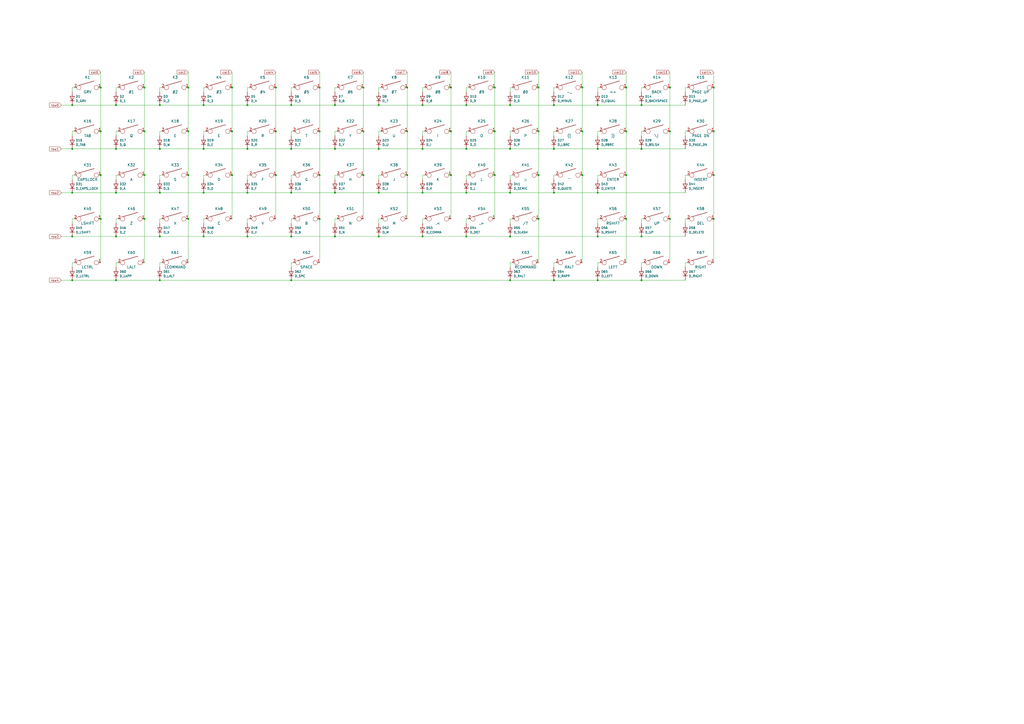
<source format=kicad_sch>
(kicad_sch (version 20230121) (generator eeschema)
  (paper "A2")
  (junction (at 143.51 111.76))
  (junction (at 210.82 76.2))
  (junction (at 168.91 60.96))
  (junction (at 109.22 76.2))
  (junction (at 245.11 111.76))
  (junction (at 109.22 101.6))
  (junction (at 168.91 86.36))
  (junction (at 185.42 101.6))
  (junction (at 372.11 86.36))
  (junction (at 287.02 76.2))
  (junction (at 312.42 127))
  (junction (at 261.62 101.6))
  (junction (at 219.71 111.76))
  (junction (at 83.82 50.8))
  (junction (at 194.31 60.96))
  (junction (at 67.31 60.96))
  (junction (at 143.51 137.16))
  (junction (at 219.71 86.36))
  (junction (at 58.42 127))
  (junction (at 270.51 111.76))
  (junction (at 67.31 86.36))
  (junction (at 194.31 137.16))
  (junction (at 109.22 127))
  (junction (at 236.22 50.8))
  (junction (at 168.91 162.56))
  (junction (at 245.11 86.36))
  (junction (at 337.82 101.6))
  (junction (at 168.91 137.16))
  (junction (at 83.82 127))
  (junction (at 295.91 86.36))
  (junction (at 41.91 137.16))
  (junction (at 92.71 111.76))
  (junction (at 118.11 111.76))
  (junction (at 83.82 101.6))
  (junction (at 414.02 50.8))
  (junction (at 363.22 76.2))
  (junction (at 346.71 60.96))
  (junction (at 41.91 111.76))
  (junction (at 134.62 76.2))
  (junction (at 83.82 76.2))
  (junction (at 134.62 101.6))
  (junction (at 92.71 86.36))
  (junction (at 210.82 101.6))
  (junction (at 118.11 86.36))
  (junction (at 414.02 76.2))
  (junction (at 236.22 101.6))
  (junction (at 143.51 86.36))
  (junction (at 245.11 60.96))
  (junction (at 346.71 137.16))
  (junction (at 270.51 86.36))
  (junction (at 58.42 76.2))
  (junction (at 160.02 101.6))
  (junction (at 363.22 127))
  (junction (at 295.91 137.16))
  (junction (at 372.11 162.56))
  (junction (at 245.11 137.16))
  (junction (at 185.42 127))
  (junction (at 41.91 162.56))
  (junction (at 414.02 101.6))
  (junction (at 194.31 86.36))
  (junction (at 109.22 50.8))
  (junction (at 58.42 101.6))
  (junction (at 219.71 60.96))
  (junction (at 337.82 76.2))
  (junction (at 388.62 50.8))
  (junction (at 160.02 76.2))
  (junction (at 67.31 162.56))
  (junction (at 118.11 60.96))
  (junction (at 58.42 50.8))
  (junction (at 321.31 60.96))
  (junction (at 92.71 60.96))
  (junction (at 194.31 111.76))
  (junction (at 321.31 111.76))
  (junction (at 312.42 101.6))
  (junction (at 92.71 162.56))
  (junction (at 92.71 137.16))
  (junction (at 270.51 60.96))
  (junction (at 143.51 60.96))
  (junction (at 388.62 76.2))
  (junction (at 363.22 50.8))
  (junction (at 295.91 162.56))
  (junction (at 414.02 127))
  (junction (at 41.91 86.36))
  (junction (at 67.31 111.76))
  (junction (at 185.42 50.8))
  (junction (at 372.11 60.96))
  (junction (at 295.91 60.96))
  (junction (at 372.11 137.16))
  (junction (at 270.51 137.16))
  (junction (at 261.62 76.2))
  (junction (at 168.91 111.76))
  (junction (at 363.22 101.6))
  (junction (at 312.42 50.8))
  (junction (at 261.62 50.8))
  (junction (at 41.91 60.96))
  (junction (at 287.02 101.6))
  (junction (at 185.42 76.2))
  (junction (at 337.82 50.8))
  (junction (at 346.71 86.36))
  (junction (at 118.11 137.16))
  (junction (at 295.91 111.76))
  (junction (at 321.31 86.36))
  (junction (at 67.31 137.16))
  (junction (at 321.31 162.56))
  (junction (at 287.02 50.8))
  (junction (at 134.62 50.8))
  (junction (at 236.22 76.2))
  (junction (at 312.42 76.2))
  (junction (at 219.71 137.16))
  (junction (at 346.71 111.76))
  (junction (at 210.82 50.8))
  (junction (at 346.71 162.56))
  (junction (at 388.62 127))
  (junction (at 160.02 50.8))
  (wire (pts (xy 322.58 50.8) (xy 321.31 50.8)))
  (wire (pts (xy 220.98 127) (xy 219.71 127)))
  (wire (pts (xy 236.22 41.91) (xy 236.22 50.8)))
  (wire (pts (xy 261.62 41.91) (xy 261.62 50.8)))
  (wire (pts (xy 134.62 76.2) (xy 134.62 101.6)))
  (wire (pts (xy 118.11 60.96) (xy 143.51 60.96)))
  (wire (pts (xy 270.51 86.36) (xy 295.91 86.36)))
  (wire (pts (xy 143.51 137.16) (xy 168.91 137.16)))
  (wire (pts (xy 388.62 76.2) (xy 388.62 127)))
  (wire (pts (xy 245.11 101.6) (xy 245.11 104.14)))
  (wire (pts (xy 295.91 137.16) (xy 346.71 137.16)))
  (wire (pts (xy 43.18 101.6) (xy 41.91 101.6)))
  (wire (pts (xy 168.91 127) (xy 168.91 129.54)))
  (wire (pts (xy 270.51 111.76) (xy 295.91 111.76)))
  (wire (pts (xy 363.22 127) (xy 363.22 152.4)))
  (wire (pts (xy 143.51 76.2) (xy 143.51 78.74)))
  (wire (pts (xy 346.71 152.4) (xy 346.71 154.94)))
  (wire (pts (xy 118.11 50.8) (xy 118.11 53.34)))
  (wire (pts (xy 245.11 50.8) (xy 245.11 53.34)))
  (wire (pts (xy 68.58 76.2) (xy 67.31 76.2)))
  (wire (pts (xy 43.18 127) (xy 41.91 127)))
  (wire (pts (xy 321.31 86.36) (xy 346.71 86.36)))
  (wire (pts (xy 297.18 76.2) (xy 295.91 76.2)))
  (wire (pts (xy 372.11 152.4) (xy 372.11 154.94)))
  (wire (pts (xy 170.18 50.8) (xy 168.91 50.8)))
  (wire (pts (xy 35.56 111.76) (xy 41.91 111.76)))
  (wire (pts (xy 398.78 152.4) (xy 397.51 152.4)))
  (wire (pts (xy 170.18 101.6) (xy 168.91 101.6)))
  (wire (pts (xy 92.71 76.2) (xy 92.71 78.74)))
  (wire (pts (xy 261.62 101.6) (xy 261.62 127)))
  (wire (pts (xy 287.02 41.91) (xy 287.02 50.8)))
  (wire (pts (xy 271.78 50.8) (xy 270.51 50.8)))
  (wire (pts (xy 347.98 127) (xy 346.71 127)))
  (wire (pts (xy 35.56 86.36) (xy 41.91 86.36)))
  (wire (pts (xy 93.98 152.4) (xy 92.71 152.4)))
  (wire (pts (xy 118.11 76.2) (xy 118.11 78.74)))
  (wire (pts (xy 373.38 50.8) (xy 372.11 50.8)))
  (wire (pts (xy 134.62 41.91) (xy 134.62 50.8)))
  (wire (pts (xy 245.11 127) (xy 245.11 129.54)))
  (wire (pts (xy 346.71 86.36) (xy 372.11 86.36)))
  (wire (pts (xy 246.38 50.8) (xy 245.11 50.8)))
  (wire (pts (xy 246.38 76.2) (xy 245.11 76.2)))
  (wire (pts (xy 414.02 50.8) (xy 414.02 76.2)))
  (wire (pts (xy 321.31 76.2) (xy 321.31 78.74)))
  (wire (pts (xy 219.71 86.36) (xy 245.11 86.36)))
  (wire (pts (xy 194.31 137.16) (xy 219.71 137.16)))
  (wire (pts (xy 312.42 50.8) (xy 312.42 76.2)))
  (wire (pts (xy 194.31 76.2) (xy 194.31 78.74)))
  (wire (pts (xy 144.78 76.2) (xy 143.51 76.2)))
  (wire (pts (xy 219.71 111.76) (xy 245.11 111.76)))
  (wire (pts (xy 363.22 101.6) (xy 363.22 127)))
  (wire (pts (xy 41.91 50.8) (xy 41.91 53.34)))
  (wire (pts (xy 236.22 50.8) (xy 236.22 76.2)))
  (wire (pts (xy 67.31 152.4) (xy 67.31 154.94)))
  (wire (pts (xy 414.02 76.2) (xy 414.02 101.6)))
  (wire (pts (xy 41.91 76.2) (xy 41.91 78.74)))
  (wire (pts (xy 67.31 162.56) (xy 92.71 162.56)))
  (wire (pts (xy 372.11 162.56) (xy 397.51 162.56)))
  (wire (pts (xy 220.98 76.2) (xy 219.71 76.2)))
  (wire (pts (xy 210.82 101.6) (xy 210.82 127)))
  (wire (pts (xy 194.31 127) (xy 194.31 129.54)))
  (wire (pts (xy 118.11 127) (xy 118.11 129.54)))
  (wire (pts (xy 143.51 127) (xy 143.51 129.54)))
  (wire (pts (xy 58.42 101.6) (xy 58.42 127)))
  (wire (pts (xy 160.02 76.2) (xy 160.02 101.6)))
  (wire (pts (xy 414.02 101.6) (xy 414.02 127)))
  (wire (pts (xy 295.91 76.2) (xy 295.91 78.74)))
  (wire (pts (xy 143.51 101.6) (xy 143.51 104.14)))
  (wire (pts (xy 93.98 127) (xy 92.71 127)))
  (wire (pts (xy 373.38 76.2) (xy 372.11 76.2)))
  (wire (pts (xy 143.51 86.36) (xy 168.91 86.36)))
  (wire (pts (xy 337.82 41.91) (xy 337.82 50.8)))
  (wire (pts (xy 194.31 60.96) (xy 219.71 60.96)))
  (wire (pts (xy 245.11 86.36) (xy 270.51 86.36)))
  (wire (pts (xy 109.22 41.91) (xy 109.22 50.8)))
  (wire (pts (xy 83.82 50.8) (xy 83.82 76.2)))
  (wire (pts (xy 398.78 127) (xy 397.51 127)))
  (wire (pts (xy 397.51 152.4) (xy 397.51 154.94)))
  (wire (pts (xy 372.11 86.36) (xy 397.51 86.36)))
  (wire (pts (xy 35.56 137.16) (xy 41.91 137.16)))
  (wire (pts (xy 41.91 60.96) (xy 67.31 60.96)))
  (wire (pts (xy 270.51 76.2) (xy 270.51 78.74)))
  (wire (pts (xy 68.58 127) (xy 67.31 127)))
  (wire (pts (xy 168.91 111.76) (xy 194.31 111.76)))
  (wire (pts (xy 58.42 76.2) (xy 58.42 101.6)))
  (wire (pts (xy 43.18 152.4) (xy 41.91 152.4)))
  (wire (pts (xy 295.91 111.76) (xy 321.31 111.76)))
  (wire (pts (xy 246.38 101.6) (xy 245.11 101.6)))
  (wire (pts (xy 43.18 76.2) (xy 41.91 76.2)))
  (wire (pts (xy 398.78 101.6) (xy 397.51 101.6)))
  (wire (pts (xy 92.71 127) (xy 92.71 129.54)))
  (wire (pts (xy 118.11 101.6) (xy 118.11 104.14)))
  (wire (pts (xy 347.98 152.4) (xy 346.71 152.4)))
  (wire (pts (xy 160.02 50.8) (xy 160.02 76.2)))
  (wire (pts (xy 35.56 162.56) (xy 41.91 162.56)))
  (wire (pts (xy 185.42 127) (xy 185.42 152.4)))
  (wire (pts (xy 346.71 101.6) (xy 346.71 104.14)))
  (wire (pts (xy 346.71 111.76) (xy 397.51 111.76)))
  (wire (pts (xy 195.58 50.8) (xy 194.31 50.8)))
  (wire (pts (xy 92.71 86.36) (xy 118.11 86.36)))
  (wire (pts (xy 346.71 127) (xy 346.71 129.54)))
  (wire (pts (xy 43.18 50.8) (xy 41.91 50.8)))
  (wire (pts (xy 322.58 101.6) (xy 321.31 101.6)))
  (wire (pts (xy 388.62 41.91) (xy 388.62 50.8)))
  (wire (pts (xy 297.18 152.4) (xy 295.91 152.4)))
  (wire (pts (xy 194.31 86.36) (xy 219.71 86.36)))
  (wire (pts (xy 210.82 50.8) (xy 210.82 76.2)))
  (wire (pts (xy 372.11 50.8) (xy 372.11 53.34)))
  (wire (pts (xy 143.51 50.8) (xy 143.51 53.34)))
  (wire (pts (xy 168.91 86.36) (xy 194.31 86.36)))
  (wire (pts (xy 67.31 86.36) (xy 92.71 86.36)))
  (wire (pts (xy 295.91 162.56) (xy 321.31 162.56)))
  (wire (pts (xy 261.62 50.8) (xy 261.62 76.2)))
  (wire (pts (xy 194.31 101.6) (xy 194.31 104.14)))
  (wire (pts (xy 143.51 60.96) (xy 168.91 60.96)))
  (wire (pts (xy 363.22 76.2) (xy 363.22 101.6)))
  (wire (pts (xy 372.11 76.2) (xy 372.11 78.74)))
  (wire (pts (xy 170.18 127) (xy 168.91 127)))
  (wire (pts (xy 93.98 76.2) (xy 92.71 76.2)))
  (wire (pts (xy 322.58 152.4) (xy 321.31 152.4)))
  (wire (pts (xy 160.02 41.91) (xy 160.02 50.8)))
  (wire (pts (xy 295.91 60.96) (xy 321.31 60.96)))
  (wire (pts (xy 271.78 76.2) (xy 270.51 76.2)))
  (wire (pts (xy 185.42 76.2) (xy 185.42 101.6)))
  (wire (pts (xy 295.91 152.4) (xy 295.91 154.94)))
  (wire (pts (xy 210.82 76.2) (xy 210.82 101.6)))
  (wire (pts (xy 219.71 60.96) (xy 245.11 60.96)))
  (wire (pts (xy 270.51 60.96) (xy 295.91 60.96)))
  (wire (pts (xy 92.71 152.4) (xy 92.71 154.94)))
  (wire (pts (xy 109.22 50.8) (xy 109.22 76.2)))
  (wire (pts (xy 119.38 76.2) (xy 118.11 76.2)))
  (wire (pts (xy 270.51 127) (xy 270.51 129.54)))
  (wire (pts (xy 168.91 162.56) (xy 295.91 162.56)))
  (wire (pts (xy 287.02 76.2) (xy 287.02 101.6)))
  (wire (pts (xy 373.38 152.4) (xy 372.11 152.4)))
  (wire (pts (xy 295.91 127) (xy 295.91 129.54)))
  (wire (pts (xy 168.91 50.8) (xy 168.91 53.34)))
  (wire (pts (xy 58.42 41.91) (xy 58.42 50.8)))
  (wire (pts (xy 143.51 111.76) (xy 168.91 111.76)))
  (wire (pts (xy 219.71 137.16) (xy 245.11 137.16)))
  (wire (pts (xy 144.78 50.8) (xy 143.51 50.8)))
  (wire (pts (xy 220.98 101.6) (xy 219.71 101.6)))
  (wire (pts (xy 67.31 127) (xy 67.31 129.54)))
  (wire (pts (xy 92.71 50.8) (xy 92.71 53.34)))
  (wire (pts (xy 398.78 50.8) (xy 397.51 50.8)))
  (wire (pts (xy 119.38 50.8) (xy 118.11 50.8)))
  (wire (pts (xy 92.71 162.56) (xy 168.91 162.56)))
  (wire (pts (xy 170.18 76.2) (xy 168.91 76.2)))
  (wire (pts (xy 134.62 50.8) (xy 134.62 76.2)))
  (wire (pts (xy 67.31 50.8) (xy 67.31 53.34)))
  (wire (pts (xy 321.31 50.8) (xy 321.31 53.34)))
  (wire (pts (xy 83.82 101.6) (xy 83.82 127)))
  (wire (pts (xy 398.78 76.2) (xy 397.51 76.2)))
  (wire (pts (xy 346.71 76.2) (xy 346.71 78.74)))
  (wire (pts (xy 195.58 127) (xy 194.31 127)))
  (wire (pts (xy 245.11 60.96) (xy 270.51 60.96)))
  (wire (pts (xy 185.42 41.91) (xy 185.42 50.8)))
  (wire (pts (xy 168.91 101.6) (xy 168.91 104.14)))
  (wire (pts (xy 41.91 111.76) (xy 67.31 111.76)))
  (wire (pts (xy 109.22 127) (xy 109.22 152.4)))
  (wire (pts (xy 270.51 101.6) (xy 270.51 104.14)))
  (wire (pts (xy 210.82 41.91) (xy 210.82 50.8)))
  (wire (pts (xy 322.58 76.2) (xy 321.31 76.2)))
  (wire (pts (xy 312.42 101.6) (xy 312.42 127)))
  (wire (pts (xy 295.91 86.36) (xy 321.31 86.36)))
  (wire (pts (xy 261.62 76.2) (xy 261.62 101.6)))
  (wire (pts (xy 168.91 137.16) (xy 194.31 137.16)))
  (wire (pts (xy 41.91 101.6) (xy 41.91 104.14)))
  (wire (pts (xy 346.71 50.8) (xy 346.71 53.34)))
  (wire (pts (xy 195.58 101.6) (xy 194.31 101.6)))
  (wire (pts (xy 246.38 127) (xy 245.11 127)))
  (wire (pts (xy 346.71 60.96) (xy 372.11 60.96)))
  (wire (pts (xy 373.38 127) (xy 372.11 127)))
  (wire (pts (xy 321.31 152.4) (xy 321.31 154.94)))
  (wire (pts (xy 185.42 101.6) (xy 185.42 127)))
  (wire (pts (xy 346.71 162.56) (xy 372.11 162.56)))
  (wire (pts (xy 295.91 101.6) (xy 295.91 104.14)))
  (wire (pts (xy 372.11 60.96) (xy 397.51 60.96)))
  (wire (pts (xy 321.31 162.56) (xy 346.71 162.56)))
  (wire (pts (xy 287.02 101.6) (xy 287.02 127)))
  (wire (pts (xy 312.42 41.91) (xy 312.42 50.8)))
  (wire (pts (xy 219.71 50.8) (xy 219.71 53.34)))
  (wire (pts (xy 118.11 86.36) (xy 143.51 86.36)))
  (wire (pts (xy 119.38 127) (xy 118.11 127)))
  (wire (pts (xy 168.91 60.96) (xy 194.31 60.96)))
  (wire (pts (xy 168.91 76.2) (xy 168.91 78.74)))
  (wire (pts (xy 347.98 50.8) (xy 346.71 50.8)))
  (wire (pts (xy 337.82 152.4) (xy 337.82 101.6)))
  (wire (pts (xy 119.38 101.6) (xy 118.11 101.6)))
  (wire (pts (xy 67.31 76.2) (xy 67.31 78.74)))
  (wire (pts (xy 83.82 127) (xy 83.82 152.4)))
  (wire (pts (xy 41.91 127) (xy 41.91 129.54)))
  (wire (pts (xy 236.22 76.2) (xy 236.22 101.6)))
  (wire (pts (xy 397.51 76.2) (xy 397.51 78.74)))
  (wire (pts (xy 58.42 127) (xy 58.42 152.4)))
  (wire (pts (xy 67.31 111.76) (xy 92.71 111.76)))
  (wire (pts (xy 168.91 152.4) (xy 168.91 154.94)))
  (wire (pts (xy 297.18 127) (xy 295.91 127)))
  (wire (pts (xy 321.31 60.96) (xy 346.71 60.96)))
  (wire (pts (xy 35.56 60.96) (xy 41.91 60.96)))
  (wire (pts (xy 118.11 111.76) (xy 143.51 111.76)))
  (wire (pts (xy 270.51 137.16) (xy 295.91 137.16)))
  (wire (pts (xy 68.58 101.6) (xy 67.31 101.6)))
  (wire (pts (xy 236.22 101.6) (xy 236.22 127)))
  (wire (pts (xy 397.51 50.8) (xy 397.51 53.34)))
  (wire (pts (xy 295.91 50.8) (xy 295.91 53.34)))
  (wire (pts (xy 67.31 101.6) (xy 67.31 104.14)))
  (wire (pts (xy 363.22 41.91) (xy 363.22 50.8)))
  (wire (pts (xy 144.78 127) (xy 143.51 127)))
  (wire (pts (xy 321.31 101.6) (xy 321.31 104.14)))
  (wire (pts (xy 93.98 50.8) (xy 92.71 50.8)))
  (wire (pts (xy 67.31 137.16) (xy 92.71 137.16)))
  (wire (pts (xy 414.02 41.91) (xy 414.02 50.8)))
  (wire (pts (xy 118.11 137.16) (xy 143.51 137.16)))
  (wire (pts (xy 194.31 111.76) (xy 219.71 111.76)))
  (wire (pts (xy 92.71 111.76) (xy 118.11 111.76)))
  (wire (pts (xy 347.98 101.6) (xy 346.71 101.6)))
  (wire (pts (xy 195.58 76.2) (xy 194.31 76.2)))
  (wire (pts (xy 245.11 137.16) (xy 270.51 137.16)))
  (wire (pts (xy 245.11 111.76) (xy 270.51 111.76)))
  (wire (pts (xy 245.11 76.2) (xy 245.11 78.74)))
  (wire (pts (xy 363.22 50.8) (xy 363.22 76.2)))
  (wire (pts (xy 58.42 50.8) (xy 58.42 76.2)))
  (wire (pts (xy 388.62 50.8) (xy 388.62 76.2)))
  (wire (pts (xy 93.98 101.6) (xy 92.71 101.6)))
  (wire (pts (xy 414.02 127) (xy 414.02 152.4)))
  (wire (pts (xy 271.78 127) (xy 270.51 127)))
  (wire (pts (xy 321.31 111.76) (xy 346.71 111.76)))
  (wire (pts (xy 68.58 152.4) (xy 67.31 152.4)))
  (wire (pts (xy 372.11 137.16) (xy 397.51 137.16)))
  (wire (pts (xy 92.71 60.96) (xy 118.11 60.96)))
  (wire (pts (xy 388.62 127) (xy 388.62 152.4)))
  (wire (pts (xy 297.18 101.6) (xy 295.91 101.6)))
  (wire (pts (xy 397.51 127) (xy 397.51 129.54)))
  (wire (pts (xy 219.71 101.6) (xy 219.71 104.14)))
  (wire (pts (xy 297.18 50.8) (xy 295.91 50.8)))
  (wire (pts (xy 83.82 41.91) (xy 83.82 50.8)))
  (wire (pts (xy 41.91 86.36) (xy 67.31 86.36)))
  (wire (pts (xy 68.58 50.8) (xy 67.31 50.8)))
  (wire (pts (xy 41.91 152.4) (xy 41.91 154.94)))
  (wire (pts (xy 219.71 127) (xy 219.71 129.54)))
  (wire (pts (xy 109.22 76.2) (xy 109.22 101.6)))
  (wire (pts (xy 337.82 76.2) (xy 337.82 101.6)))
  (wire (pts (xy 271.78 101.6) (xy 270.51 101.6)))
  (wire (pts (xy 194.31 50.8) (xy 194.31 53.34)))
  (wire (pts (xy 41.91 137.16) (xy 67.31 137.16)))
  (wire (pts (xy 185.42 50.8) (xy 185.42 76.2)))
  (wire (pts (xy 397.51 101.6) (xy 397.51 104.14)))
  (wire (pts (xy 337.82 50.8) (xy 337.82 76.2)))
  (wire (pts (xy 134.62 101.6) (xy 134.62 127)))
  (wire (pts (xy 92.71 137.16) (xy 118.11 137.16)))
  (wire (pts (xy 312.42 127) (xy 312.42 152.4)))
  (wire (pts (xy 170.18 152.4) (xy 168.91 152.4)))
  (wire (pts (xy 41.91 162.56) (xy 67.31 162.56)))
  (wire (pts (xy 109.22 101.6) (xy 109.22 127)))
  (wire (pts (xy 372.11 127) (xy 372.11 129.54)))
  (wire (pts (xy 92.71 101.6) (xy 92.71 104.14)))
  (wire (pts (xy 220.98 50.8) (xy 219.71 50.8)))
  (wire (pts (xy 287.02 50.8) (xy 287.02 76.2)))
  (wire (pts (xy 347.98 76.2) (xy 346.71 76.2)))
  (wire (pts (xy 160.02 101.6) (xy 160.02 127)))
  (wire (pts (xy 346.71 137.16) (xy 372.11 137.16)))
  (wire (pts (xy 144.78 101.6) (xy 143.51 101.6)))
  (wire (pts (xy 312.42 76.2) (xy 312.42 101.6)))
  (wire (pts (xy 67.31 60.96) (xy 92.71 60.96)))
  (wire (pts (xy 219.71 76.2) (xy 219.71 78.74)))
  (wire (pts (xy 83.82 76.2) (xy 83.82 101.6)))
  (wire (pts (xy 270.51 50.8) (xy 270.51 53.34)))
  (global_label "row0" (shape input) (at 35.56 60.96 180) (property "Intersheetrefs" "${INTERSHEET_REFS}" (effects hide)))
  (global_label "col9" (shape input) (at 287.02 41.91 180) (property "Intersheetrefs" "${INTERSHEET_REFS}" (effects hide)))
  (global_label "col0" (shape input) (at 58.42 41.91 180) (property "Intersheetrefs" "${INTERSHEET_REFS}" (effects hide)))
  (global_label "col3" (shape input) (at 134.62 41.91 180) (property "Intersheetrefs" "${INTERSHEET_REFS}" (effects hide)))
  (global_label "col10" (shape input) (at 312.42 41.91 180) (property "Intersheetrefs" "${INTERSHEET_REFS}" (effects hide)))
  (global_label "col12" (shape input) (at 363.22 41.91 180) (property "Intersheetrefs" "${INTERSHEET_REFS}" (effects hide)))
  (global_label "col7" (shape input) (at 236.22 41.91 180) (property "Intersheetrefs" "${INTERSHEET_REFS}" (effects hide)))
  (global_label "col13" (shape input) (at 388.62 41.91 180) (property "Intersheetrefs" "${INTERSHEET_REFS}" (effects hide)))
  (global_label "col8" (shape input) (at 261.62 41.91 180) (property "Intersheetrefs" "${INTERSHEET_REFS}" (effects hide)))
  (global_label "row2" (shape input) (at 35.56 111.76 180) (property "Intersheetrefs" "${INTERSHEET_REFS}" (effects hide)))
  (global_label "col2" (shape input) (at 109.22 41.91 180) (property "Intersheetrefs" "${INTERSHEET_REFS}" (effects hide)))
  (global_label "col11" (shape input) (at 337.82 41.91 180) (property "Intersheetrefs" "${INTERSHEET_REFS}" (effects hide)))
  (global_label "row3" (shape input) (at 35.56 137.16 180) (property "Intersheetrefs" "${INTERSHEET_REFS}" (effects hide)))
  (global_label "col5" (shape input) (at 185.42 41.91 180) (property "Intersheetrefs" "${INTERSHEET_REFS}" (effects hide)))
  (global_label "col6" (shape input) (at 210.82 41.91 180) (property "Intersheetrefs" "${INTERSHEET_REFS}" (effects hide)))
  (global_label "row1" (shape input) (at 35.56 86.36 180) (property "Intersheetrefs" "${INTERSHEET_REFS}" (effects hide)))
  (global_label "col4" (shape input) (at 160.02 41.91 180) (property "Intersheetrefs" "${INTERSHEET_REFS}" (effects hide)))
  (global_label "col1" (shape input) (at 83.82 41.91 180) (property "Intersheetrefs" "${INTERSHEET_REFS}" (effects hide)))
  (global_label "row4" (shape input) (at 35.56 162.56 180) (property "Intersheetrefs" "${INTERSHEET_REFS}" (effects hide)))
  (global_label "col14" (shape input) (at 414.02 41.91 180) (property "Intersheetrefs" "${INTERSHEET_REFS}" (effects hide)))
  (symbol (lib_id "keyboard_parts:KEYSW") (at 76.2 127 0) (unit 1)
    (property "Reference" "K46" (at 76.2 121.0818 0) (effects (font (size 1.524 1.524))))
    (property "Value" "Z" (at 76.2 129.54 0) (effects (font (size 1.524 1.524))))
    (property "Footprint" "Alps_Only:ALPS-1U" (effects hide))
  )
  (symbol (lib_id "keyboard_parts:KEYSW") (at 76.2 76.2 0) (unit 1)
    (property "Reference" "K17" (at 76.2 70.2818 0) (effects (font (size 1.524 1.524))))
    (property "Value" "Q" (at 76.2 78.74 0) (effects (font (size 1.524 1.524))))
    (property "Footprint" "Alps_Only:ALPS-1U" (effects hide))
  )
  (symbol (lib_id "keyboard_parts:KEYSW") (at 152.4 127 0) (unit 1)
    (property "Reference" "K49" (at 152.4 121.0818 0) (effects (font (size 1.524 1.524))))
    (property "Value" "V" (at 152.4 129.54 0) (effects (font (size 1.524 1.524))))
    (property "Footprint" "Alps_Only:ALPS-1U" (effects hide))
  )
  (symbol (lib_id "keyboard_parts:KEYSW") (at 254 101.6 0) (unit 1)
    (property "Reference" "K39" (at 254 95.6818 0) (effects (font (size 1.524 1.524))))
    (property "Value" "K" (at 254 104.14 0) (effects (font (size 1.524 1.524))))
    (property "Footprint" "Alps_Only:ALPS-1U" (effects hide))
  )
  (symbol (lib_id "keyboard_parts:KEYSW") (at 177.8 152.4 0) (unit 1)
    (property "Reference" "K62" (at 177.8 146.4818 0) (effects (font (size 1.524 1.524))))
    (property "Value" "SPACE" (at 177.8 154.94 0) (effects (font (size 1.524 1.524))))
    (property "Footprint" "Alps_Only:ALPS-6.5U" (effects hide))
  )
  (symbol (lib_id "keyboard_parts:KEYSW") (at 254 127 0) (unit 1)
    (property "Reference" "K53" (at 254 121.0818 0) (effects (font (size 1.524 1.524))))
    (property "Value" ",<" (at 254 129.54 0) (effects (font (size 1.524 1.524))))
    (property "Footprint" "Alps_Only:ALPS-1U" (effects hide))
  )
  (symbol (lib_id "keyboard_parts:KEYSW") (at 101.6 50.8 0) (unit 1)
    (property "Reference" "K3" (at 101.6 44.8818 0) (effects (font (size 1.524 1.524))))
    (property "Value" "#2" (at 101.6 53.34 0) (effects (font (size 1.524 1.524))))
    (property "Footprint" "Alps_Only:ALPS-1U" (effects hide))
  )
  (symbol (lib_id "Device:D") (at 321.31 82.55 90) (unit 1)
    (property "Reference" "D27" (at 323.3166 81.3816 90) (effects (justify right)))
    (property "Value" "D_LBRC" (at 323.3166 83.947 90) (effects (justify right)))
    (property "Footprint" "Diode_SMD:D_SOD-123" (effects hide))
  )
  (symbol (lib_id "keyboard_parts:KEYSW") (at 127 76.2 0) (unit 1)
    (property "Reference" "K19" (at 127 70.2818 0) (effects (font (size 1.524 1.524))))
    (property "Value" "E" (at 127 78.74 0) (effects (font (size 1.524 1.524))))
    (property "Footprint" "Alps_Only:ALPS-1U" (effects hide))
  )
  (symbol (lib_id "keyboard_parts:KEYSW") (at 76.2 101.6 0) (unit 1)
    (property "Reference" "K32" (at 76.2 95.6818 0) (effects (font (size 1.524 1.524))))
    (property "Value" "A" (at 76.2 104.14 0) (effects (font (size 1.524 1.524))))
    (property "Footprint" "Alps_Only:ALPS-1U" (effects hide))
  )
  (symbol (lib_id "keyboard_parts:KEYSW") (at 127 101.6 0) (unit 1)
    (property "Reference" "K34" (at 127 95.6818 0) (effects (font (size 1.524 1.524))))
    (property "Value" "D" (at 127 104.14 0) (effects (font (size 1.524 1.524))))
    (property "Footprint" "Alps_Only:ALPS-1U" (effects hide))
  )
  (symbol (lib_id "keyboard_parts:KEYSW") (at 279.4 50.8 0) (unit 1)
    (property "Reference" "K10" (at 279.4 44.8818 0) (effects (font (size 1.524 1.524))))
    (property "Value" "#9" (at 279.4 53.34 0) (effects (font (size 1.524 1.524))))
    (property "Footprint" "Alps_Only:ALPS-1U" (effects hide))
  )
  (symbol (lib_id "keyboard_parts:KEYSW") (at 304.8 50.8 0) (unit 1)
    (property "Reference" "K11" (at 304.8 44.8818 0) (effects (font (size 1.524 1.524))))
    (property "Value" "#0" (at 304.8 53.34 0) (effects (font (size 1.524 1.524))))
    (property "Footprint" "Alps_Only:ALPS-1U" (effects hide))
  )
  (symbol (lib_id "keyboard_parts:KEYSW") (at 355.6 152.4 0) (unit 1)
    (property "Reference" "K65" (at 355.6 146.4818 0) (effects (font (size 1.524 1.524))))
    (property "Value" "LEFT" (at 355.6 154.94 0) (effects (font (size 1.524 1.524))))
    (property "Footprint" "Alps_Only:ALPS-1U" (effects hide))
  )
  (symbol (lib_id "keyboard_parts:KEYSW") (at 50.8 50.8 0) (unit 1)
    (property "Reference" "K1" (at 50.8 44.8818 0) (effects (font (size 1.524 1.524))))
    (property "Value" "GRV" (at 50.8 53.34 0) (effects (font (size 1.524 1.524))))
    (property "Footprint" "Alps_Only:ALPS-1U" (effects hide))
  )
  (symbol (lib_id "keyboard_parts:KEYSW") (at 406.4 152.4 0) (unit 1)
    (property "Reference" "K67" (at 406.4 146.4818 0) (effects (font (size 1.524 1.524))))
    (property "Value" "RIGHT" (at 406.4 154.94 0) (effects (font (size 1.524 1.524))))
    (property "Footprint" "Alps_Only:ALPS-1U" (effects hide))
  )
  (symbol (lib_id "keyboard_parts:KEYSW") (at 304.8 76.2 0) (unit 1)
    (property "Reference" "K26" (at 304.8 70.2818 0) (effects (font (size 1.524 1.524))))
    (property "Value" "P" (at 304.8 78.74 0) (effects (font (size 1.524 1.524))))
    (property "Footprint" "Alps_Only:ALPS-1U" (effects hide))
  )
  (symbol (lib_id "Device:D") (at 118.11 57.15 90) (unit 1)
    (property "Reference" "D4" (at 120.1166 55.9816 90) (effects (justify right)))
    (property "Value" "D_3" (at 120.1166 58.547 90) (effects (justify right)))
    (property "Footprint" "Diode_SMD:D_SOD-123" (effects hide))
  )
  (symbol (lib_id "Device:D") (at 245.11 57.15 90) (unit 1)
    (property "Reference" "D9" (at 247.1166 55.9816 90) (effects (justify right)))
    (property "Value" "D_8" (at 247.1166 58.547 90) (effects (justify right)))
    (property "Footprint" "Diode_SMD:D_SOD-123" (effects hide))
  )
  (symbol (lib_id "keyboard_parts:KEYSW") (at 228.6 76.2 0) (unit 1)
    (property "Reference" "K23" (at 228.6 70.2818 0) (effects (font (size 1.524 1.524))))
    (property "Value" "U" (at 228.6 78.74 0) (effects (font (size 1.524 1.524))))
    (property "Footprint" "Alps_Only:ALPS-1U" (effects hide))
  )
  (symbol (lib_id "keyboard_parts:KEYSW") (at 127 127 0) (unit 1)
    (property "Reference" "K48" (at 127 121.0818 0) (effects (font (size 1.524 1.524))))
    (property "Value" "C" (at 127 129.54 0) (effects (font (size 1.524 1.524))))
    (property "Footprint" "Alps_Only:ALPS-1U" (effects hide))
  )
  (symbol (lib_id "keyboard_parts:KEYSW") (at 76.2 152.4 0) (unit 1)
    (property "Reference" "K60" (at 76.2 146.4818 0) (effects (font (size 1.524 1.524))))
    (property "Value" "LALT" (at 76.2 154.94 0) (effects (font (size 1.524 1.524))))
    (property "Footprint" "Alps_Only:ALPS-1.25U" (effects hide))
  )
  (symbol (lib_id "Device:D") (at 397.51 107.95 90) (unit 1)
    (property "Reference" "D44" (at 399.5166 106.7816 90) (effects (justify right)))
    (property "Value" "D_INSERT" (at 399.5166 109.347 90) (effects (justify right)))
    (property "Footprint" "Diode_SMD:D_SOD-123" (effects hide))
  )
  (symbol (lib_id "Device:D") (at 397.51 57.15 90) (unit 1)
    (property "Reference" "D15" (at 399.5166 55.9816 90) (effects (justify right)))
    (property "Value" "D_PAGE_UP" (at 399.5166 58.547 90) (effects (justify right)))
    (property "Footprint" "Diode_SMD:D_SOD-123" (effects hide))
  )
  (symbol (lib_id "keyboard_parts:KEYSW") (at 406.4 127 0) (unit 1)
    (property "Reference" "K58" (at 406.4 121.0818 0) (effects (font (size 1.524 1.524))))
    (property "Value" "DEL" (at 406.4 129.54 0) (effects (font (size 1.524 1.524))))
    (property "Footprint" "Alps_Only:ALPS-1U" (effects hide))
  )
  (symbol (lib_id "keyboard_parts:KEYSW") (at 50.8 76.2 0) (unit 1)
    (property "Reference" "K16" (at 50.8 70.2818 0) (effects (font (size 1.524 1.524))))
    (property "Value" "TAB" (at 50.8 78.74 0) (effects (font (size 1.524 1.524))))
    (property "Footprint" "Alps_Only:ALPS-1.5U" (effects hide))
  )
  (symbol (lib_id "keyboard_parts:KEYSW") (at 254 76.2 0) (unit 1)
    (property "Reference" "K24" (at 254 70.2818 0) (effects (font (size 1.524 1.524))))
    (property "Value" "I" (at 254 78.74 0) (effects (font (size 1.524 1.524))))
    (property "Footprint" "Alps_Only:ALPS-1U" (effects hide))
  )
  (symbol (lib_id "Device:D") (at 67.31 57.15 90) (unit 1)
    (property "Reference" "D2" (at 69.3166 55.9816 90) (effects (justify right)))
    (property "Value" "D_1" (at 69.3166 58.547 90) (effects (justify right)))
    (property "Footprint" "Diode_SMD:D_SOD-123" (effects hide))
  )
  (symbol (lib_id "Device:D") (at 346.71 57.15 90) (unit 1)
    (property "Reference" "D13" (at 348.7166 55.9816 90) (effects (justify right)))
    (property "Value" "D_EQUAL" (at 348.7166 58.547 90) (effects (justify right)))
    (property "Footprint" "Diode_SMD:D_SOD-123" (effects hide))
  )
  (symbol (lib_id "keyboard_parts:KEYSW") (at 279.4 101.6 0) (unit 1)
    (property "Reference" "K40" (at 279.4 95.6818 0) (effects (font (size 1.524 1.524))))
    (property "Value" "L" (at 279.4 104.14 0) (effects (font (size 1.524 1.524))))
    (property "Footprint" "Alps_Only:ALPS-1U" (effects hide))
  )
  (symbol (lib_id "Device:D") (at 168.91 82.55 90) (unit 1)
    (property "Reference" "D21" (at 170.9166 81.3816 90) (effects (justify right)))
    (property "Value" "D_T" (at 170.9166 83.947 90) (effects (justify right)))
    (property "Footprint" "Diode_SMD:D_SOD-123" (effects hide))
  )
  (symbol (lib_id "Device:D") (at 92.71 158.75 90) (unit 1)
    (property "Reference" "D61" (at 94.7166 157.5816 90) (effects (justify right)))
    (property "Value" "D_LALT" (at 94.7166 160.147 90) (effects (justify right)))
    (property "Footprint" "Diode_SMD:D_SOD-123" (effects hide))
  )
  (symbol (lib_id "Device:D") (at 321.31 158.75 90) (unit 1)
    (property "Reference" "D64" (at 323.3166 157.5816 90) (effects (justify right)))
    (property "Value" "D_RAPP" (at 323.3166 160.147 90) (effects (justify right)))
    (property "Footprint" "Diode_SMD:D_SOD-123" (effects hide))
  )
  (symbol (lib_id "keyboard_parts:KEYSW") (at 177.8 50.8 0) (unit 1)
    (property "Reference" "K6" (at 177.8 44.8818 0) (effects (font (size 1.524 1.524))))
    (property "Value" "#5" (at 177.8 53.34 0) (effects (font (size 1.524 1.524))))
    (property "Footprint" "Alps_Only:ALPS-1U" (effects hide))
  )
  (symbol (lib_id "keyboard_parts:KEYSW") (at 50.8 127 0) (unit 1)
    (property "Reference" "K45" (at 50.8 121.0818 0) (effects (font (size 1.524 1.524))))
    (property "Value" "LSHIFT" (at 50.8 129.54 0) (effects (font (size 1.524 1.524))))
    (property "Footprint" "Alps_Only:ALPS-2.25U" (effects hide))
  )
  (symbol (lib_id "keyboard_parts:KEYSW") (at 101.6 101.6 0) (unit 1)
    (property "Reference" "K33" (at 101.6 95.6818 0) (effects (font (size 1.524 1.524))))
    (property "Value" "S" (at 101.6 104.14 0) (effects (font (size 1.524 1.524))))
    (property "Footprint" "Alps_Only:ALPS-1U" (effects hide))
  )
  (symbol (lib_id "Device:D") (at 372.11 133.35 90) (unit 1)
    (property "Reference" "D57" (at 374.1166 132.1816 90) (effects (justify right)))
    (property "Value" "D_UP" (at 374.1166 134.747 90) (effects (justify right)))
    (property "Footprint" "Diode_SMD:D_SOD-123" (effects hide))
  )
  (symbol (lib_id "keyboard_parts:KEYSW") (at 330.2 101.6 0) (unit 1)
    (property "Reference" "K42" (at 330.2 95.6818 0) (effects (font (size 1.524 1.524))))
    (property "Value" "'\"" (at 330.2 104.14 0) (effects (font (size 1.524 1.524))))
    (property "Footprint" "Alps_Only:ALPS-1U" (effects hide))
  )
  (symbol (lib_id "keyboard_parts:KEYSW") (at 203.2 101.6 0) (unit 1)
    (property "Reference" "K37" (at 203.2 95.6818 0) (effects (font (size 1.524 1.524))))
    (property "Value" "H" (at 203.2 104.14 0) (effects (font (size 1.524 1.524))))
    (property "Footprint" "Alps_Only:ALPS-1U" (effects hide))
  )
  (symbol (lib_id "keyboard_parts:KEYSW") (at 381 76.2 0) (unit 1)
    (property "Reference" "K29" (at 381 70.2818 0) (effects (font (size 1.524 1.524))))
    (property "Value" "\\|" (at 381 78.74 0) (effects (font (size 1.524 1.524))))
    (property "Footprint" "Alps_Only:ALPS-1.5U" (effects hide))
  )
  (symbol (lib_id "keyboard_parts:KEYSW") (at 355.6 76.2 0) (unit 1)
    (property "Reference" "K28" (at 355.6 70.2818 0) (effects (font (size 1.524 1.524))))
    (property "Value" "]}" (at 355.6 78.74 0) (effects (font (size 1.524 1.524))))
    (property "Footprint" "Alps_Only:ALPS-1U" (effects hide))
  )
  (symbol (lib_id "Device:D") (at 372.11 158.75 90) (unit 1)
    (property "Reference" "D66" (at 374.1166 157.5816 90) (effects (justify right)))
    (property "Value" "D_DOWN" (at 374.1166 160.147 90) (effects (justify right)))
    (property "Footprint" "Diode_SMD:D_SOD-123" (effects hide))
  )
  (symbol (lib_id "Device:D") (at 143.51 107.95 90) (unit 1)
    (property "Reference" "D35" (at 145.5166 106.7816 90) (effects (justify right)))
    (property "Value" "D_F" (at 145.5166 109.347 90) (effects (justify right)))
    (property "Footprint" "Diode_SMD:D_SOD-123" (effects hide))
  )
  (symbol (lib_id "Device:D") (at 346.71 133.35 90) (unit 1)
    (property "Reference" "D56" (at 348.7166 132.1816 90) (effects (justify right)))
    (property "Value" "D_RSHIFT" (at 348.7166 134.747 90) (effects (justify right)))
    (property "Footprint" "Diode_SMD:D_SOD-123" (effects hide))
  )
  (symbol (lib_id "keyboard_parts:KEYSW") (at 228.6 127 0) (unit 1)
    (property "Reference" "K52" (at 228.6 121.0818 0) (effects (font (size 1.524 1.524))))
    (property "Value" "M" (at 228.6 129.54 0) (effects (font (size 1.524 1.524))))
    (property "Footprint" "Alps_Only:ALPS-1U" (effects hide))
  )
  (symbol (lib_id "Device:D") (at 92.71 82.55 90) (unit 1)
    (property "Reference" "D18" (at 94.7166 81.3816 90) (effects (justify right)))
    (property "Value" "D_W" (at 94.7166 83.947 90) (effects (justify right)))
    (property "Footprint" "Diode_SMD:D_SOD-123" (effects hide))
  )
  (symbol (lib_id "keyboard_parts:KEYSW") (at 101.6 127 0) (unit 1)
    (property "Reference" "K47" (at 101.6 121.0818 0) (effects (font (size 1.524 1.524))))
    (property "Value" "X" (at 101.6 129.54 0) (effects (font (size 1.524 1.524))))
    (property "Footprint" "Alps_Only:ALPS-1U" (effects hide))
  )
  (symbol (lib_id "keyboard_parts:KEYSW") (at 355.6 101.6 0) (unit 1)
    (property "Reference" "K43" (at 355.6 95.6818 0) (effects (font (size 1.524 1.524))))
    (property "Value" "ENTER" (at 355.6 104.14 0) (effects (font (size 1.524 1.524))))
    (property "Footprint" "Alps_Only:ALPS-2.25U" (effects hide))
  )
  (symbol (lib_id "Device:D") (at 295.91 107.95 90) (unit 1)
    (property "Reference" "D41" (at 297.9166 106.7816 90) (effects (justify right)))
    (property "Value" "D_SEMIC" (at 297.9166 109.347 90) (effects (justify right)))
    (property "Footprint" "Diode_SMD:D_SOD-123" (effects hide))
  )
  (symbol (lib_id "Device:D") (at 41.91 107.95 90) (unit 1)
    (property "Reference" "D31" (at 43.9166 106.7816 90) (effects (justify right)))
    (property "Value" "D_CAPS_LOCK" (at 43.9166 109.347 90) (effects (justify right)))
    (property "Footprint" "Diode_SMD:D_SOD-123" (effects hide))
  )
  (symbol (lib_id "Device:D") (at 41.91 158.75 90) (unit 1)
    (property "Reference" "D59" (at 43.9166 157.5816 90) (effects (justify right)))
    (property "Value" "D_LCTRL" (at 43.9166 160.147 90) (effects (justify right)))
    (property "Footprint" "Diode_SMD:D_SOD-123" (effects hide))
  )
  (symbol (lib_id "Device:D") (at 219.71 107.95 90) (unit 1)
    (property "Reference" "D38" (at 221.7166 106.7816 90) (effects (justify right)))
    (property "Value" "D_J" (at 221.7166 109.347 90) (effects (justify right)))
    (property "Footprint" "Diode_SMD:D_SOD-123" (effects hide))
  )
  (symbol (lib_id "Device:D") (at 372.11 57.15 90) (unit 1)
    (property "Reference" "D14" (at 374.1166 55.9816 90) (effects (justify right)))
    (property "Value" "D_BACKSPACE" (at 374.1166 58.547 90) (effects (justify right)))
    (property "Footprint" "Diode_SMD:D_SOD-123" (effects hide))
  )
  (symbol (lib_id "Device:D") (at 168.91 107.95 90) (unit 1)
    (property "Reference" "D36" (at 170.9166 106.7816 90) (effects (justify right)))
    (property "Value" "D_G" (at 170.9166 109.347 90) (effects (justify right)))
    (property "Footprint" "Diode_SMD:D_SOD-123" (effects hide))
  )
  (symbol (lib_id "keyboard_parts:KEYSW") (at 152.4 76.2 0) (unit 1)
    (property "Reference" "K20" (at 152.4 70.2818 0) (effects (font (size 1.524 1.524))))
    (property "Value" "R" (at 152.4 78.74 0) (effects (font (size 1.524 1.524))))
    (property "Footprint" "Alps_Only:ALPS-1U" (effects hide))
  )
  (symbol (lib_id "Device:D") (at 143.51 57.15 90) (unit 1)
    (property "Reference" "D5" (at 145.5166 55.9816 90) (effects (justify right)))
    (property "Value" "D_4" (at 145.5166 58.547 90) (effects (justify right)))
    (property "Footprint" "Diode_SMD:D_SOD-123" (effects hide))
  )
  (symbol (lib_id "Device:D") (at 270.51 133.35 90) (unit 1)
    (property "Reference" "D54" (at 272.5166 132.1816 90) (effects (justify right)))
    (property "Value" "D_DOT" (at 272.5166 134.747 90) (effects (justify right)))
    (property "Footprint" "Diode_SMD:D_SOD-123" (effects hide))
  )
  (symbol (lib_id "Device:D") (at 321.31 57.15 90) (unit 1)
    (property "Reference" "D12" (at 323.3166 55.9816 90) (effects (justify right)))
    (property "Value" "D_MINUS" (at 323.3166 58.547 90) (effects (justify right)))
    (property "Footprint" "Diode_SMD:D_SOD-123" (effects hide))
  )
  (symbol (lib_id "keyboard_parts:KEYSW") (at 228.6 50.8 0) (unit 1)
    (property "Reference" "K8" (at 228.6 44.8818 0) (effects (font (size 1.524 1.524))))
    (property "Value" "#7" (at 228.6 53.34 0) (effects (font (size 1.524 1.524))))
    (property "Footprint" "Alps_Only:ALPS-1U" (effects hide))
  )
  (symbol (lib_id "Device:D") (at 194.31 133.35 90) (unit 1)
    (property "Reference" "D51" (at 196.3166 132.1816 90) (effects (justify right)))
    (property "Value" "D_N" (at 196.3166 134.747 90) (effects (justify right)))
    (property "Footprint" "Diode_SMD:D_SOD-123" (effects hide))
  )
  (symbol (lib_id "Device:D") (at 295.91 158.75 90) (unit 1)
    (property "Reference" "D63" (at 297.9166 157.5816 90) (effects (justify right)))
    (property "Value" "D_RALT" (at 297.9166 160.147 90) (effects (justify right)))
    (property "Footprint" "Diode_SMD:D_SOD-123" (effects hide))
  )
  (symbol (lib_id "Device:D") (at 270.51 82.55 90) (unit 1)
    (property "Reference" "D25" (at 272.5166 81.3816 90) (effects (justify right)))
    (property "Value" "D_O" (at 272.5166 83.947 90) (effects (justify right)))
    (property "Footprint" "Diode_SMD:D_SOD-123" (effects hide))
  )
  (symbol (lib_id "keyboard_parts:KEYSW") (at 406.4 76.2 0) (unit 1)
    (property "Reference" "K30" (at 406.4 70.2818 0) (effects (font (size 1.524 1.524))))
    (property "Value" "PAGE DN" (at 406.4 78.74 0) (effects (font (size 1.524 1.524))))
    (property "Footprint" "Alps_Only:ALPS-1U" (effects hide))
  )
  (symbol (lib_id "keyboard_parts:KEYSW") (at 304.8 127 0) (unit 1)
    (property "Reference" "K55" (at 304.8 121.0818 0) (effects (font (size 1.524 1.524))))
    (property "Value" "/?" (at 304.8 129.54 0) (effects (font (size 1.524 1.524))))
    (property "Footprint" "Alps_Only:ALPS-1U" (effects hide))
  )
  (symbol (lib_id "Device:D") (at 168.91 133.35 90) (unit 1)
    (property "Reference" "D50" (at 170.9166 132.1816 90) (effects (justify right)))
    (property "Value" "D_B" (at 170.9166 134.747 90) (effects (justify right)))
    (property "Footprint" "Diode_SMD:D_SOD-123" (effects hide))
  )
  (symbol (lib_id "Device:D") (at 194.31 82.55 90) (unit 1)
    (property "Reference" "D22" (at 196.3166 81.3816 90) (effects (justify right)))
    (property "Value" "D_Y" (at 196.3166 83.947 90) (effects (justify right)))
    (property "Footprint" "Diode_SMD:D_SOD-123" (effects hide))
  )
  (symbol (lib_id "keyboard_parts:KEYSW") (at 203.2 50.8 0) (unit 1)
    (property "Reference" "K7" (at 203.2 44.8818 0) (effects (font (size 1.524 1.524))))
    (property "Value" "#6" (at 203.2 53.34 0) (effects (font (size 1.524 1.524))))
    (property "Footprint" "Alps_Only:ALPS-1U" (effects hide))
  )
  (symbol (lib_id "Device:D") (at 67.31 133.35 90) (unit 1)
    (property "Reference" "D46" (at 69.3166 132.1816 90) (effects (justify right)))
    (property "Value" "D_Z" (at 69.3166 134.747 90) (effects (justify right)))
    (property "Footprint" "Diode_SMD:D_SOD-123" (effects hide))
  )
  (symbol (lib_id "Device:D") (at 67.31 82.55 90) (unit 1)
    (property "Reference" "D17" (at 69.3166 81.3816 90) (effects (justify right)))
    (property "Value" "D_Q" (at 69.3166 83.947 90) (effects (justify right)))
    (property "Footprint" "Diode_SMD:D_SOD-123" (effects hide))
  )
  (symbol (lib_id "Device:D") (at 143.51 133.35 90) (unit 1)
    (property "Reference" "D49" (at 145.5166 132.1816 90) (effects (justify right)))
    (property "Value" "D_V" (at 145.5166 134.747 90) (effects (justify right)))
    (property "Footprint" "Diode_SMD:D_SOD-123" (effects hide))
  )
  (symbol (lib_id "Device:D") (at 245.11 107.95 90) (unit 1)
    (property "Reference" "D39" (at 247.1166 106.7816 90) (effects (justify right)))
    (property "Value" "D_K" (at 247.1166 109.347 90) (effects (justify right)))
    (property "Footprint" "Diode_SMD:D_SOD-123" (effects hide))
  )
  (symbol (lib_id "Device:D") (at 168.91 158.75 90) (unit 1)
    (property "Reference" "D62" (at 170.9166 157.5816 90) (effects (justify right)))
    (property "Value" "D_SPC" (at 170.9166 160.147 90) (effects (justify right)))
    (property "Footprint" "Diode_SMD:D_SOD-123" (effects hide))
  )
  (symbol (lib_id "Device:D") (at 245.11 133.35 90) (unit 1)
    (property "Reference" "D53" (at 247.1166 132.1816 90) (effects (justify right)))
    (property "Value" "D_COMMA" (at 247.1166 134.747 90) (effects (justify right)))
    (property "Footprint" "Diode_SMD:D_SOD-123" (effects hide))
  )
  (symbol (lib_id "Device:D") (at 92.71 57.15 90) (unit 1)
    (property "Reference" "D3" (at 94.7166 55.9816 90) (effects (justify right)))
    (property "Value" "D_2" (at 94.7166 58.547 90) (effects (justify right)))
    (property "Footprint" "Diode_SMD:D_SOD-123" (effects hide))
  )
  (symbol (lib_id "keyboard_parts:KEYSW") (at 330.2 76.2 0) (unit 1)
    (property "Reference" "K27" (at 330.2 70.2818 0) (effects (font (size 1.524 1.524))))
    (property "Value" "{[" (at 330.2 78.74 0) (effects (font (size 1.524 1.524))))
    (property "Footprint" "Alps_Only:ALPS-1U" (effects hide))
  )
  (symbol (lib_id "Device:D") (at 118.11 82.55 90) (unit 1)
    (property "Reference" "D19" (at 120.1166 81.3816 90) (effects (justify right)))
    (property "Value" "D_E" (at 120.1166 83.947 90) (effects (justify right)))
    (property "Footprint" "Diode_SMD:D_SOD-123" (effects hide))
  )
  (symbol (lib_id "Device:D") (at 67.31 107.95 90) (unit 1)
    (property "Reference" "D32" (at 69.3166 106.7816 90) (effects (justify right)))
    (property "Value" "D_A" (at 69.3166 109.347 90) (effects (justify right)))
    (property "Footprint" "Diode_SMD:D_SOD-123" (effects hide))
  )
  (symbol (lib_id "Device:D") (at 118.11 107.95 90) (unit 1)
    (property "Reference" "D34" (at 120.1166 106.7816 90) (effects (justify right)))
    (property "Value" "D_D" (at 120.1166 109.347 90) (effects (justify right)))
    (property "Footprint" "Diode_SMD:D_SOD-123" (effects hide))
  )
  (symbol (lib_id "Device:D") (at 270.51 57.15 90) (unit 1)
    (property "Reference" "D10" (at 272.5166 55.9816 90) (effects (justify right)))
    (property "Value" "D_9" (at 272.5166 58.547 90) (effects (justify right)))
    (property "Footprint" "Diode_SMD:D_SOD-123" (effects hide))
  )
  (symbol (lib_id "Device:D") (at 295.91 57.15 90) (unit 1)
    (property "Reference" "D11" (at 297.9166 55.9816 90) (effects (justify right)))
    (property "Value" "D_0" (at 297.9166 58.547 90) (effects (justify right)))
    (property "Footprint" "Diode_SMD:D_SOD-123" (effects hide))
  )
  (symbol (lib_id "Device:D") (at 346.71 158.75 90) (unit 1)
    (property "Reference" "D65" (at 348.7166 157.5816 90) (effects (justify right)))
    (property "Value" "D_LEFT" (at 348.7166 160.147 90) (effects (justify right)))
    (property "Footprint" "Diode_SMD:D_SOD-123" (effects hide))
  )
  (symbol (lib_id "Device:D") (at 41.91 57.15 90) (unit 1)
    (property "Reference" "D1" (at 43.9166 55.9816 90) (effects (justify right)))
    (property "Value" "D_GRV" (at 43.9166 58.547 90) (effects (justify right)))
    (property "Footprint" "Diode_SMD:D_SOD-123" (effects hide))
  )
  (symbol (lib_id "Device:D") (at 397.51 158.75 90) (unit 1)
    (property "Reference" "D67" (at 399.5166 157.5816 90) (effects (justify right)))
    (property "Value" "D_RIGHT" (at 399.5166 160.147 90) (effects (justify right)))
    (property "Footprint" "Diode_SMD:D_SOD-123" (effects hide))
  )
  (symbol (lib_id "Device:D") (at 295.91 82.55 90) (unit 1)
    (property "Reference" "D26" (at 297.9166 81.3816 90) (effects (justify right)))
    (property "Value" "D_P" (at 297.9166 83.947 90) (effects (justify right)))
    (property "Footprint" "Diode_SMD:D_SOD-123" (effects hide))
  )
  (symbol (lib_id "keyboard_parts:KEYSW") (at 127 50.8 0) (unit 1)
    (property "Reference" "K4" (at 127 44.8818 0) (effects (font (size 1.524 1.524))))
    (property "Value" "#3" (at 127 53.34 0) (effects (font (size 1.524 1.524))))
    (property "Footprint" "Alps_Only:ALPS-1U" (effects hide))
  )
  (symbol (lib_id "keyboard_parts:KEYSW") (at 254 50.8 0) (unit 1)
    (property "Reference" "K9" (at 254 44.8818 0) (effects (font (size 1.524 1.524))))
    (property "Value" "#8" (at 254 53.34 0) (effects (font (size 1.524 1.524))))
    (property "Footprint" "Alps_Only:ALPS-1U" (effects hide))
  )
  (symbol (lib_id "Device:D") (at 219.71 82.55 90) (unit 1)
    (property "Reference" "D23" (at 221.7166 81.3816 90) (effects (justify right)))
    (property "Value" "D_U" (at 221.7166 83.947 90) (effects (justify right)))
    (property "Footprint" "Diode_SMD:D_SOD-123" (effects hide))
  )
  (symbol (lib_id "Device:D") (at 118.11 133.35 90) (unit 1)
    (property "Reference" "D48" (at 120.1166 132.1816 90) (effects (justify right)))
    (property "Value" "D_C" (at 120.1166 134.747 90) (effects (justify right)))
    (property "Footprint" "Diode_SMD:D_SOD-123" (effects hide))
  )
  (symbol (lib_id "Device:D") (at 67.31 158.75 90) (unit 1)
    (property "Reference" "D60" (at 69.3166 157.5816 90) (effects (justify right)))
    (property "Value" "D_LAPP" (at 69.3166 160.147 90) (effects (justify right)))
    (property "Footprint" "Diode_SMD:D_SOD-123" (effects hide))
  )
  (symbol (lib_id "keyboard_parts:KEYSW") (at 406.4 101.6 0) (unit 1)
    (property "Reference" "K44" (at 406.4 95.6818 0) (effects (font (size 1.524 1.524))))
    (property "Value" "INSERT" (at 406.4 104.14 0) (effects (font (size 1.524 1.524))))
    (property "Footprint" "Alps_Only:ALPS-1U" (effects hide))
  )
  (symbol (lib_id "keyboard_parts:KEYSW") (at 406.4 50.8 0) (unit 1)
    (property "Reference" "K15" (at 406.4 44.8818 0) (effects (font (size 1.524 1.524))))
    (property "Value" "PAGE UP" (at 406.4 53.34 0) (effects (font (size 1.524 1.524))))
    (property "Footprint" "Alps_Only:ALPS-1U" (effects hide))
  )
  (symbol (lib_id "Device:D") (at 397.51 133.35 90) (unit 1)
    (property "Reference" "D58" (at 399.5166 132.1816 90) (effects (justify right)))
    (property "Value" "D_DELETE" (at 399.5166 134.747 90) (effects (justify right)))
    (property "Footprint" "Diode_SMD:D_SOD-123" (effects hide))
  )
  (symbol (lib_id "Device:D") (at 41.91 82.55 90) (unit 1)
    (property "Reference" "D16" (at 43.9166 81.3816 90) (effects (justify right)))
    (property "Value" "D_TAB" (at 43.9166 83.947 90) (effects (justify right)))
    (property "Footprint" "Diode_SMD:D_SOD-123" (effects hide))
  )
  (symbol (lib_id "Device:D") (at 245.11 82.55 90) (unit 1)
    (property "Reference" "D24" (at 247.1166 81.3816 90) (effects (justify right)))
    (property "Value" "D_I" (at 247.1166 83.947 90) (effects (justify right)))
    (property "Footprint" "Diode_SMD:D_SOD-123" (effects hide))
  )
  (symbol (lib_id "keyboard_parts:KEYSW") (at 76.2 50.8 0) (unit 1)
    (property "Reference" "K2" (at 76.2 44.8818 0) (effects (font (size 1.524 1.524))))
    (property "Value" "#1" (at 76.2 53.34 0) (effects (font (size 1.524 1.524))))
    (property "Footprint" "Alps_Only:ALPS-1U" (effects hide))
  )
  (symbol (lib_id "keyboard_parts:KEYSW") (at 355.6 50.8 0) (unit 1)
    (property "Reference" "K13" (at 355.6 44.8818 0) (effects (font (size 1.524 1.524))))
    (property "Value" "=+" (at 355.6 53.34 0) (effects (font (size 1.524 1.524))))
    (property "Footprint" "Alps_Only:ALPS-1U" (effects hide))
  )
  (symbol (lib_id "Device:D") (at 270.51 107.95 90) (unit 1)
    (property "Reference" "D40" (at 272.5166 106.7816 90) (effects (justify right)))
    (property "Value" "D_L" (at 272.5166 109.347 90) (effects (justify right)))
    (property "Footprint" "Diode_SMD:D_SOD-123" (effects hide))
  )
  (symbol (lib_id "keyboard_parts:KEYSW") (at 177.8 76.2 0) (unit 1)
    (property "Reference" "K21" (at 177.8 70.2818 0) (effects (font (size 1.524 1.524))))
    (property "Value" "T" (at 177.8 78.74 0) (effects (font (size 1.524 1.524))))
    (property "Footprint" "Alps_Only:ALPS-1U" (effects hide))
  )
  (symbol (lib_id "keyboard_parts:KEYSW") (at 101.6 152.4 0) (unit 1)
    (property "Reference" "K61" (at 101.6 146.4818 0) (effects (font (size 1.524 1.524))))
    (property "Value" "LCOMMAND" (at 101.6 154.94 0) (effects (font (size 1.524 1.524))))
    (property "Footprint" "Alps_Only:ALPS-1.5U" (effects hide))
  )
  (symbol (lib_id "keyboard_parts:KEYSW") (at 330.2 152.4 0) (unit 1)
    (property "Reference" "K64" (at 330.2 146.4818 0) (effects (font (size 1.524 1.524))))
    (property "Value" "RALT" (at 330.2 154.94 0) (effects (font (size 1.524 1.524))))
    (property "Footprint" "Alps_Only:ALPS-1U" (effects hide))
  )
  (symbol (lib_id "Device:D") (at 168.91 57.15 90) (unit 1)
    (property "Reference" "D6" (at 170.9166 55.9816 90) (effects (justify right)))
    (property "Value" "D_5" (at 170.9166 58.547 90) (effects (justify right)))
    (property "Footprint" "Diode_SMD:D_SOD-123" (effects hide))
  )
  (symbol (lib_id "Device:D") (at 41.91 133.35 90) (unit 1)
    (property "Reference" "D45" (at 43.9166 132.1816 90) (effects (justify right)))
    (property "Value" "D_LSHIFT" (at 43.9166 134.747 90) (effects (justify right)))
    (property "Footprint" "Diode_SMD:D_SOD-123" (effects hide))
  )
  (symbol (lib_id "Device:D") (at 92.71 107.95 90) (unit 1)
    (property "Reference" "D33" (at 94.7166 106.7816 90) (effects (justify right)))
    (property "Value" "D_S" (at 94.7166 109.347 90) (effects (justify right)))
    (property "Footprint" "Diode_SMD:D_SOD-123" (effects hide))
  )
  (symbol (lib_id "keyboard_parts:KEYSW") (at 381 127 0) (unit 1)
    (property "Reference" "K57" (at 381 121.0818 0) (effects (font (size 1.524 1.524))))
    (property "Value" "UP" (at 381 129.54 0) (effects (font (size 1.524 1.524))))
    (property "Footprint" "Alps_Only:ALPS-1U" (effects hide))
  )
  (symbol (lib_id "Device:D") (at 321.31 107.95 90) (unit 1)
    (property "Reference" "D42" (at 323.3166 106.7816 90) (effects (justify right)))
    (property "Value" "D_QUOTE" (at 323.3166 109.347 90) (effects (justify right)))
    (property "Footprint" "Diode_SMD:D_SOD-123" (effects hide))
  )
  (symbol (lib_id "Device:D") (at 194.31 107.95 90) (unit 1)
    (property "Reference" "D37" (at 196.3166 106.7816 90) (effects (justify right)))
    (property "Value" "D_H" (at 196.3166 109.347 90) (effects (justify right)))
    (property "Footprint" "Diode_SMD:D_SOD-123" (effects hide))
  )
  (symbol (lib_id "Device:D") (at 372.11 82.55 90) (unit 1)
    (property "Reference" "D29" (at 374.1166 81.3816 90) (effects (justify right)))
    (property "Value" "D_BSLSH" (at 374.1166 83.947 90) (effects (justify right)))
    (property "Footprint" "Diode_SMD:D_SOD-123" (effects hide))
  )
  (symbol (lib_id "Device:D") (at 346.71 82.55 90) (unit 1)
    (property "Reference" "D28" (at 348.7166 81.3816 90) (effects (justify right)))
    (property "Value" "D_RBRC" (at 348.7166 83.947 90) (effects (justify right)))
    (property "Footprint" "Diode_SMD:D_SOD-123" (effects hide))
  )
  (symbol (lib_id "keyboard_parts:KEYSW") (at 381 152.4 0) (unit 1)
    (property "Reference" "K66" (at 381 146.4818 0) (effects (font (size 1.524 1.524))))
    (property "Value" "DOWN" (at 381 154.94 0) (effects (font (size 1.524 1.524))))
    (property "Footprint" "Alps_Only:ALPS-1U" (effects hide))
  )
  (symbol (lib_id "keyboard_parts:KEYSW") (at 152.4 101.6 0) (unit 1)
    (property "Reference" "K35" (at 152.4 95.6818 0) (effects (font (size 1.524 1.524))))
    (property "Value" "F" (at 152.4 104.14 0) (effects (font (size 1.524 1.524))))
    (property "Footprint" "Alps_Only:ALPS-1U" (effects hide))
  )
  (symbol (lib_id "keyboard_parts:KEYSW") (at 355.6 127 0) (unit 1)
    (property "Reference" "K56" (at 355.6 121.0818 0) (effects (font (size 1.524 1.524))))
    (property "Value" "RSHIFT" (at 355.6 129.54 0) (effects (font (size 1.524 1.524))))
    (property "Footprint" "Alps_Only:ALPS-1.75U" (effects hide))
  )
  (symbol (lib_id "Device:D") (at 219.71 133.35 90) (unit 1)
    (property "Reference" "D52" (at 221.7166 132.1816 90) (effects (justify right)))
    (property "Value" "D_M" (at 221.7166 134.747 90) (effects (justify right)))
    (property "Footprint" "Diode_SMD:D_SOD-123" (effects hide))
  )
  (symbol (lib_id "keyboard_parts:KEYSW") (at 101.6 76.2 0) (unit 1)
    (property "Reference" "K18" (at 101.6 70.2818 0) (effects (font (size 1.524 1.524))))
    (property "Value" "E" (at 101.6 78.74 0) (effects (font (size 1.524 1.524))))
    (property "Footprint" "Alps_Only:ALPS-1U" (effects hide))
  )
  (symbol (lib_id "Device:D") (at 92.71 133.35 90) (unit 1)
    (property "Reference" "D47" (at 94.7166 132.1816 90) (effects (justify right)))
    (property "Value" "D_X" (at 94.7166 134.747 90) (effects (justify right)))
    (property "Footprint" "Diode_SMD:D_SOD-123" (effects hide))
  )
  (symbol (lib_id "Device:D") (at 346.71 107.95 90) (unit 1)
    (property "Reference" "D43" (at 348.7166 106.7816 90) (effects (justify right)))
    (property "Value" "D_ENTER" (at 348.7166 109.347 90) (effects (justify right)))
    (property "Footprint" "Diode_SMD:D_SOD-123" (effects hide))
  )
  (symbol (lib_id "keyboard_parts:KEYSW") (at 304.8 101.6 0) (unit 1)
    (property "Reference" "K41" (at 304.8 95.6818 0) (effects (font (size 1.524 1.524))))
    (property "Value" ";:" (at 304.8 104.14 0) (effects (font (size 1.524 1.524))))
    (property "Footprint" "Alps_Only:ALPS-1U" (effects hide))
  )
  (symbol (lib_id "keyboard_parts:KEYSW") (at 50.8 101.6 0) (unit 1)
    (property "Reference" "K31" (at 50.8 95.6818 0) (effects (font (size 1.524 1.524))))
    (property "Value" "CAPSLOCK" (at 50.8 104.14 0) (effects (font (size 1.524 1.524))))
    (property "Footprint" "Alps_Only:ALPS-1.75U" (effects hide))
  )
  (symbol (lib_id "keyboard_parts:KEYSW") (at 50.8 152.4 0) (unit 1)
    (property "Reference" "K59" (at 50.8 146.4818 0) (effects (font (size 1.524 1.524))))
    (property "Value" "LCTRL" (at 50.8 154.94 0) (effects (font (size 1.524 1.524))))
    (property "Footprint" "Alps_Only:ALPS-1.5U" (effects hide))
  )
  (symbol (lib_id "keyboard_parts:KEYSW") (at 228.6 101.6 0) (unit 1)
    (property "Reference" "K38" (at 228.6 95.6818 0) (effects (font (size 1.524 1.524))))
    (property "Value" "J" (at 228.6 104.14 0) (effects (font (size 1.524 1.524))))
    (property "Footprint" "Alps_Only:ALPS-1U" (effects hide))
  )
  (symbol (lib_id "keyboard_parts:KEYSW") (at 381 50.8 0) (unit 1)
    (property "Reference" "K14" (at 381 44.8818 0) (effects (font (size 1.524 1.524))))
    (property "Value" "BACK" (at 381 53.34 0) (effects (font (size 1.524 1.524))))
    (property "Footprint" "Alps_Only:ALPS-2U" (effects hide))
  )
  (symbol (lib_id "keyboard_parts:KEYSW") (at 177.8 101.6 0) (unit 1)
    (property "Reference" "K36" (at 177.8 95.6818 0) (effects (font (size 1.524 1.524))))
    (property "Value" "G" (at 177.8 104.14 0) (effects (font (size 1.524 1.524))))
    (property "Footprint" "Alps_Only:ALPS-1U" (effects hide))
  )
  (symbol (lib_id "Device:D") (at 143.51 82.55 90) (unit 1)
    (property "Reference" "D20" (at 145.5166 81.3816 90) (effects (justify right)))
    (property "Value" "D_R" (at 145.5166 83.947 90) (effects (justify right)))
    (property "Footprint" "Diode_SMD:D_SOD-123" (effects hide))
  )
  (symbol (lib_id "keyboard_parts:KEYSW") (at 152.4 50.8 0) (unit 1)
    (property "Reference" "K5" (at 152.4 44.8818 0) (effects (font (size 1.524 1.524))))
    (property "Value" "#4" (at 152.4 53.34 0) (effects (font (size 1.524 1.524))))
    (property "Footprint" "Alps_Only:ALPS-1U" (effects hide))
  )
  (symbol (lib_id "keyboard_parts:KEYSW") (at 279.4 127 0) (unit 1)
    (property "Reference" "K54" (at 279.4 121.0818 0) (effects (font (size 1.524 1.524))))
    (property "Value" ".>" (at 279.4 129.54 0) (effects (font (size 1.524 1.524))))
    (property "Footprint" "Alps_Only:ALPS-1U" (effects hide))
  )
  (symbol (lib_id "keyboard_parts:KEYSW") (at 330.2 50.8 0) (unit 1)
    (property "Reference" "K12" (at 330.2 44.8818 0) (effects (font (size 1.524 1.524))))
    (property "Value" "-_" (at 330.2 53.34 0) (effects (font (size 1.524 1.524))))
    (property "Footprint" "Alps_Only:ALPS-1U" (effects hide))
  )
  (symbol (lib_id "Device:D") (at 219.71 57.15 90) (unit 1)
    (property "Reference" "D8" (at 221.7166 55.9816 90) (effects (justify right)))
    (property "Value" "D_7" (at 221.7166 58.547 90) (effects (justify right)))
    (property "Footprint" "Diode_SMD:D_SOD-123" (effects hide))
  )
  (symbol (lib_id "keyboard_parts:KEYSW") (at 203.2 127 0) (unit 1)
    (property "Reference" "K51" (at 203.2 121.0818 0) (effects (font (size 1.524 1.524))))
    (property "Value" "N" (at 203.2 129.54 0) (effects (font (size 1.524 1.524))))
    (property "Footprint" "Alps_Only:ALPS-1U" (effects hide))
  )
  (symbol (lib_id "keyboard_parts:KEYSW") (at 304.8 152.4 0) (unit 1)
    (property "Reference" "K63" (at 304.8 146.4818 0) (effects (font (size 1.524 1.524))))
    (property "Value" "RCOMMAND" (at 304.8 154.94 0) (effects (font (size 1.524 1.524))))
    (property "Footprint" "Alps_Only:ALPS-1.25U" (effects hide))
  )
  (symbol (lib_id "keyboard_parts:KEYSW") (at 279.4 76.2 0) (unit 1)
    (property "Reference" "K25" (at 279.4 70.2818 0) (effects (font (size 1.524 1.524))))
    (property "Value" "O" (at 279.4 78.74 0) (effects (font (size 1.524 1.524))))
    (property "Footprint" "Alps_Only:ALPS-1U" (effects hide))
  )
  (symbol (lib_id "Device:D") (at 397.51 82.55 90) (unit 1)
    (property "Reference" "D30" (at 399.5166 81.3816 90) (effects (justify right)))
    (property "Value" "D_PAGE_DN" (at 399.5166 83.947 90) (effects (justify right)))
    (property "Footprint" "Diode_SMD:D_SOD-123" (effects hide))
  )
  (symbol (lib_id "Device:D") (at 295.91 133.35 90) (unit 1)
    (property "Reference" "D55" (at 297.9166 132.1816 90) (effects (justify right)))
    (property "Value" "D_SLASH" (at 297.9166 134.747 90) (effects (justify right)))
    (property "Footprint" "Diode_SMD:D_SOD-123" (effects hide))
  )
  (symbol (lib_id "keyboard_parts:KEYSW") (at 177.8 127 0) (unit 1)
    (property "Reference" "K50" (at 177.8 121.0818 0) (effects (font (size 1.524 1.524))))
    (property "Value" "B" (at 177.8 129.54 0) (effects (font (size 1.524 1.524))))
    (property "Footprint" "Alps_Only:ALPS-1U" (effects hide))
  )
  (symbol (lib_id "keyboard_parts:KEYSW") (at 203.2 76.2 0) (unit 1)
    (property "Reference" "K22" (at 203.2 70.2818 0) (effects (font (size 1.524 1.524))))
    (property "Value" "Y" (at 203.2 78.74 0) (effects (font (size 1.524 1.524))))
    (property "Footprint" "Alps_Only:ALPS-1U" (effects hide))
  )
  (symbol (lib_id "Device:D") (at 194.31 57.15 90) (unit 1)
    (property "Reference" "D7" (at 196.3166 55.9816 90) (effects (justify right)))
    (property "Value" "D_6" (at 196.3166 58.547 90) (effects (justify right)))
    (property "Footprint" "Diode_SMD:D_SOD-123" (effects hide))
  )
)
</source>
